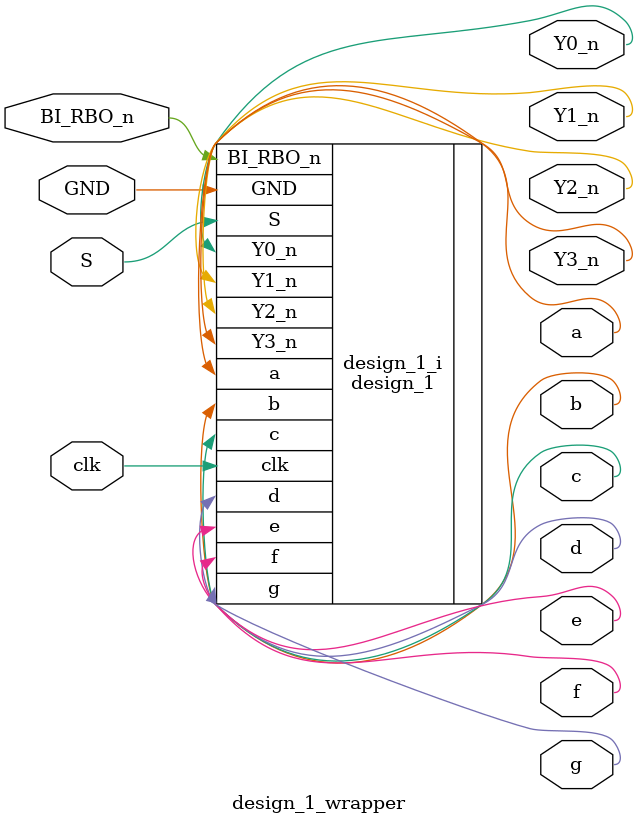
<source format=v>
`timescale 1 ps / 1 ps

module design_1_wrapper
   (BI_RBO_n,
    GND,
    S,
    Y0_n,
    Y1_n,
    Y2_n,
    Y3_n,
    a,
    b,
    c,
    clk,
    d,
    e,
    f,
    g);
  inout BI_RBO_n;
  input GND;
  input S;
  output Y0_n;
  output Y1_n;
  output Y2_n;
  output Y3_n;
  output a;
  output b;
  output c;
  input clk;
  output d;
  output e;
  output f;
  output g;

  wire BI_RBO_n;
  wire GND;
  wire S;
  wire Y0_n;
  wire Y1_n;
  wire Y2_n;
  wire Y3_n;
  wire a;
  wire b;
  wire c;
  wire clk;
  wire d;
  wire e;
  wire f;
  wire g;

  design_1 design_1_i
       (.BI_RBO_n(BI_RBO_n),
        .GND(GND),
        .S(S),
        .Y0_n(Y0_n),
        .Y1_n(Y1_n),
        .Y2_n(Y2_n),
        .Y3_n(Y3_n),
        .a(a),
        .b(b),
        .c(c),
        .clk(clk),
        .d(d),
        .e(e),
        .f(f),
        .g(g));
endmodule

</source>
